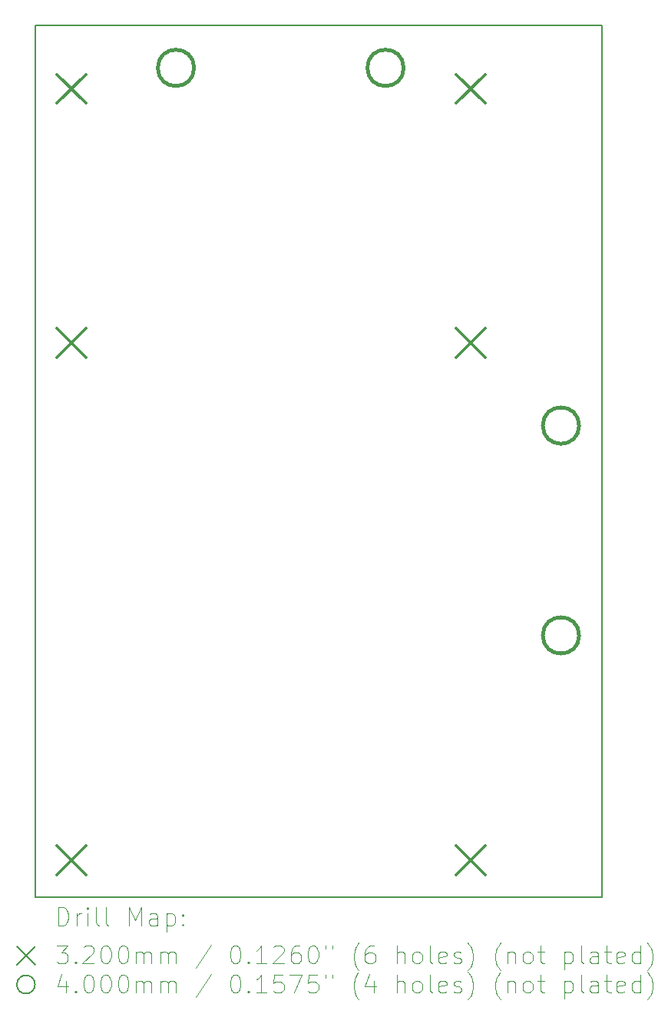
<source format=gbr>
%FSLAX45Y45*%
G04 Gerber Fmt 4.5, Leading zero omitted, Abs format (unit mm)*
G04 Created by KiCad (PCBNEW (5.99.0-1438-g3759799d1)) date 2020-05-11 10:33:17*
%MOMM*%
%LPD*%
G01*
G04 APERTURE LIST*
%TA.AperFunction,Profile*%
%ADD10C,0.200000*%
%TD*%
%ADD11C,-0.000001*%
%ADD12C,0.320000*%
%ADD13C,0.400000*%
%ADD14C,0.200000*%
G04 APERTURE END LIST*
D10*
X9400000Y-3500000D02*
X15650000Y-3500000D01*
X15650000Y-13100000D02*
X9400000Y-13100000D01*
X9400000Y-13100000D02*
X9400000Y-3500000D01*
X15650000Y-3500000D02*
X15650000Y-13100000D01*
D11*
D12*
X9640000Y-12540000D02*
X9960000Y-12860000D01*
X9960000Y-12540000D02*
X9640000Y-12860000D01*
X14040000Y-4040000D02*
X14360000Y-4360000D01*
X14360000Y-4040000D02*
X14040000Y-4360000D01*
X14040000Y-6840000D02*
X14360000Y-7160000D01*
X14360000Y-6840000D02*
X14040000Y-7160000D01*
X9640000Y-6840000D02*
X9960000Y-7160000D01*
X9960000Y-6840000D02*
X9640000Y-7160000D01*
X9640000Y-4040000D02*
X9960000Y-4360000D01*
X9960000Y-4040000D02*
X9640000Y-4360000D01*
X14040000Y-12540000D02*
X14360000Y-12860000D01*
X14360000Y-12540000D02*
X14040000Y-12860000D01*
D13*
X15395000Y-7909500D02*
G75*
G03*
X15395000Y-7909500I-200000J0D01*
G01*
X15395000Y-10220500D02*
G75*
G03*
X15395000Y-10220500I-200000J0D01*
G01*
X11149500Y-3970000D02*
G75*
G03*
X11149500Y-3970000I-200000J0D01*
G01*
X13460500Y-3970000D02*
G75*
G03*
X13460500Y-3970000I-200000J0D01*
G01*
D11*
X9652619Y-13415476D02*
X9652619Y-13215476D01*
X9700238Y-13215476D01*
X9728809Y-13225000D01*
X9747857Y-13244048D01*
X9757381Y-13263095D01*
X9766905Y-13301190D01*
X9766905Y-13329762D01*
X9757381Y-13367857D01*
X9747857Y-13386905D01*
X9728809Y-13405952D01*
X9700238Y-13415476D01*
X9652619Y-13415476D01*
X9852619Y-13415476D02*
X9852619Y-13282143D01*
X9852619Y-13320238D02*
X9862143Y-13301190D01*
X9871667Y-13291667D01*
X9890714Y-13282143D01*
X9909762Y-13282143D01*
X9976428Y-13415476D02*
X9976428Y-13282143D01*
X9976428Y-13215476D02*
X9966905Y-13225000D01*
X9976428Y-13234524D01*
X9985952Y-13225000D01*
X9976428Y-13215476D01*
X9976428Y-13234524D01*
X10100238Y-13415476D02*
X10081190Y-13405952D01*
X10071667Y-13386905D01*
X10071667Y-13215476D01*
X10205000Y-13415476D02*
X10185952Y-13405952D01*
X10176428Y-13386905D01*
X10176428Y-13215476D01*
X10433571Y-13415476D02*
X10433571Y-13215476D01*
X10500238Y-13358333D01*
X10566905Y-13215476D01*
X10566905Y-13415476D01*
X10747857Y-13415476D02*
X10747857Y-13310714D01*
X10738333Y-13291667D01*
X10719286Y-13282143D01*
X10681190Y-13282143D01*
X10662143Y-13291667D01*
X10747857Y-13405952D02*
X10728809Y-13415476D01*
X10681190Y-13415476D01*
X10662143Y-13405952D01*
X10652619Y-13386905D01*
X10652619Y-13367857D01*
X10662143Y-13348810D01*
X10681190Y-13339286D01*
X10728809Y-13339286D01*
X10747857Y-13329762D01*
X10843095Y-13282143D02*
X10843095Y-13482143D01*
X10843095Y-13291667D02*
X10862143Y-13282143D01*
X10900238Y-13282143D01*
X10919286Y-13291667D01*
X10928809Y-13301190D01*
X10938333Y-13320238D01*
X10938333Y-13377381D01*
X10928809Y-13396429D01*
X10919286Y-13405952D01*
X10900238Y-13415476D01*
X10862143Y-13415476D01*
X10843095Y-13405952D01*
X11024048Y-13396429D02*
X11033571Y-13405952D01*
X11024048Y-13415476D01*
X11014524Y-13405952D01*
X11024048Y-13396429D01*
X11024048Y-13415476D01*
X11024048Y-13291667D02*
X11033571Y-13301190D01*
X11024048Y-13310714D01*
X11014524Y-13301190D01*
X11024048Y-13291667D01*
X11024048Y-13310714D01*
D14*
X9195000Y-13645000D02*
X9395000Y-13845000D01*
X9395000Y-13645000D02*
X9195000Y-13845000D01*
D11*
X9633571Y-13635476D02*
X9757381Y-13635476D01*
X9690714Y-13711667D01*
X9719286Y-13711667D01*
X9738333Y-13721190D01*
X9747857Y-13730714D01*
X9757381Y-13749762D01*
X9757381Y-13797381D01*
X9747857Y-13816429D01*
X9738333Y-13825952D01*
X9719286Y-13835476D01*
X9662143Y-13835476D01*
X9643095Y-13825952D01*
X9633571Y-13816429D01*
X9843095Y-13816429D02*
X9852619Y-13825952D01*
X9843095Y-13835476D01*
X9833571Y-13825952D01*
X9843095Y-13816429D01*
X9843095Y-13835476D01*
X9928809Y-13654524D02*
X9938333Y-13645000D01*
X9957381Y-13635476D01*
X10005000Y-13635476D01*
X10024048Y-13645000D01*
X10033571Y-13654524D01*
X10043095Y-13673571D01*
X10043095Y-13692619D01*
X10033571Y-13721190D01*
X9919286Y-13835476D01*
X10043095Y-13835476D01*
X10166905Y-13635476D02*
X10185952Y-13635476D01*
X10205000Y-13645000D01*
X10214524Y-13654524D01*
X10224048Y-13673571D01*
X10233571Y-13711667D01*
X10233571Y-13759286D01*
X10224048Y-13797381D01*
X10214524Y-13816429D01*
X10205000Y-13825952D01*
X10185952Y-13835476D01*
X10166905Y-13835476D01*
X10147857Y-13825952D01*
X10138333Y-13816429D01*
X10128809Y-13797381D01*
X10119286Y-13759286D01*
X10119286Y-13711667D01*
X10128809Y-13673571D01*
X10138333Y-13654524D01*
X10147857Y-13645000D01*
X10166905Y-13635476D01*
X10357381Y-13635476D02*
X10376428Y-13635476D01*
X10395476Y-13645000D01*
X10405000Y-13654524D01*
X10414524Y-13673571D01*
X10424048Y-13711667D01*
X10424048Y-13759286D01*
X10414524Y-13797381D01*
X10405000Y-13816429D01*
X10395476Y-13825952D01*
X10376428Y-13835476D01*
X10357381Y-13835476D01*
X10338333Y-13825952D01*
X10328809Y-13816429D01*
X10319286Y-13797381D01*
X10309762Y-13759286D01*
X10309762Y-13711667D01*
X10319286Y-13673571D01*
X10328809Y-13654524D01*
X10338333Y-13645000D01*
X10357381Y-13635476D01*
X10509762Y-13835476D02*
X10509762Y-13702143D01*
X10509762Y-13721190D02*
X10519286Y-13711667D01*
X10538333Y-13702143D01*
X10566905Y-13702143D01*
X10585952Y-13711667D01*
X10595476Y-13730714D01*
X10595476Y-13835476D01*
X10595476Y-13730714D02*
X10605000Y-13711667D01*
X10624048Y-13702143D01*
X10652619Y-13702143D01*
X10671667Y-13711667D01*
X10681190Y-13730714D01*
X10681190Y-13835476D01*
X10776428Y-13835476D02*
X10776428Y-13702143D01*
X10776428Y-13721190D02*
X10785952Y-13711667D01*
X10805000Y-13702143D01*
X10833571Y-13702143D01*
X10852619Y-13711667D01*
X10862143Y-13730714D01*
X10862143Y-13835476D01*
X10862143Y-13730714D02*
X10871667Y-13711667D01*
X10890714Y-13702143D01*
X10919286Y-13702143D01*
X10938333Y-13711667D01*
X10947857Y-13730714D01*
X10947857Y-13835476D01*
X11338333Y-13625952D02*
X11166905Y-13883095D01*
X11595476Y-13635476D02*
X11614524Y-13635476D01*
X11633571Y-13645000D01*
X11643095Y-13654524D01*
X11652619Y-13673571D01*
X11662143Y-13711667D01*
X11662143Y-13759286D01*
X11652619Y-13797381D01*
X11643095Y-13816429D01*
X11633571Y-13825952D01*
X11614524Y-13835476D01*
X11595476Y-13835476D01*
X11576428Y-13825952D01*
X11566905Y-13816429D01*
X11557381Y-13797381D01*
X11547857Y-13759286D01*
X11547857Y-13711667D01*
X11557381Y-13673571D01*
X11566905Y-13654524D01*
X11576428Y-13645000D01*
X11595476Y-13635476D01*
X11747857Y-13816429D02*
X11757381Y-13825952D01*
X11747857Y-13835476D01*
X11738333Y-13825952D01*
X11747857Y-13816429D01*
X11747857Y-13835476D01*
X11947857Y-13835476D02*
X11833571Y-13835476D01*
X11890714Y-13835476D02*
X11890714Y-13635476D01*
X11871666Y-13664048D01*
X11852619Y-13683095D01*
X11833571Y-13692619D01*
X12024047Y-13654524D02*
X12033571Y-13645000D01*
X12052619Y-13635476D01*
X12100238Y-13635476D01*
X12119286Y-13645000D01*
X12128809Y-13654524D01*
X12138333Y-13673571D01*
X12138333Y-13692619D01*
X12128809Y-13721190D01*
X12014524Y-13835476D01*
X12138333Y-13835476D01*
X12309762Y-13635476D02*
X12271666Y-13635476D01*
X12252619Y-13645000D01*
X12243095Y-13654524D01*
X12224047Y-13683095D01*
X12214524Y-13721190D01*
X12214524Y-13797381D01*
X12224047Y-13816429D01*
X12233571Y-13825952D01*
X12252619Y-13835476D01*
X12290714Y-13835476D01*
X12309762Y-13825952D01*
X12319286Y-13816429D01*
X12328809Y-13797381D01*
X12328809Y-13749762D01*
X12319286Y-13730714D01*
X12309762Y-13721190D01*
X12290714Y-13711667D01*
X12252619Y-13711667D01*
X12233571Y-13721190D01*
X12224047Y-13730714D01*
X12214524Y-13749762D01*
X12452619Y-13635476D02*
X12471666Y-13635476D01*
X12490714Y-13645000D01*
X12500238Y-13654524D01*
X12509762Y-13673571D01*
X12519286Y-13711667D01*
X12519286Y-13759286D01*
X12509762Y-13797381D01*
X12500238Y-13816429D01*
X12490714Y-13825952D01*
X12471666Y-13835476D01*
X12452619Y-13835476D01*
X12433571Y-13825952D01*
X12424047Y-13816429D01*
X12414524Y-13797381D01*
X12405000Y-13759286D01*
X12405000Y-13711667D01*
X12414524Y-13673571D01*
X12424047Y-13654524D01*
X12433571Y-13645000D01*
X12452619Y-13635476D01*
X12595476Y-13635476D02*
X12595476Y-13673571D01*
X12671666Y-13635476D02*
X12671666Y-13673571D01*
X12966905Y-13911667D02*
X12957381Y-13902143D01*
X12938333Y-13873571D01*
X12928809Y-13854524D01*
X12919286Y-13825952D01*
X12909762Y-13778333D01*
X12909762Y-13740238D01*
X12919286Y-13692619D01*
X12928809Y-13664048D01*
X12938333Y-13645000D01*
X12957381Y-13616429D01*
X12966905Y-13606905D01*
X13128809Y-13635476D02*
X13090714Y-13635476D01*
X13071666Y-13645000D01*
X13062143Y-13654524D01*
X13043095Y-13683095D01*
X13033571Y-13721190D01*
X13033571Y-13797381D01*
X13043095Y-13816429D01*
X13052619Y-13825952D01*
X13071666Y-13835476D01*
X13109762Y-13835476D01*
X13128809Y-13825952D01*
X13138333Y-13816429D01*
X13147857Y-13797381D01*
X13147857Y-13749762D01*
X13138333Y-13730714D01*
X13128809Y-13721190D01*
X13109762Y-13711667D01*
X13071666Y-13711667D01*
X13052619Y-13721190D01*
X13043095Y-13730714D01*
X13033571Y-13749762D01*
X13385952Y-13835476D02*
X13385952Y-13635476D01*
X13471666Y-13835476D02*
X13471666Y-13730714D01*
X13462143Y-13711667D01*
X13443095Y-13702143D01*
X13414524Y-13702143D01*
X13395476Y-13711667D01*
X13385952Y-13721190D01*
X13595476Y-13835476D02*
X13576428Y-13825952D01*
X13566905Y-13816429D01*
X13557381Y-13797381D01*
X13557381Y-13740238D01*
X13566905Y-13721190D01*
X13576428Y-13711667D01*
X13595476Y-13702143D01*
X13624047Y-13702143D01*
X13643095Y-13711667D01*
X13652619Y-13721190D01*
X13662143Y-13740238D01*
X13662143Y-13797381D01*
X13652619Y-13816429D01*
X13643095Y-13825952D01*
X13624047Y-13835476D01*
X13595476Y-13835476D01*
X13776428Y-13835476D02*
X13757381Y-13825952D01*
X13747857Y-13806905D01*
X13747857Y-13635476D01*
X13928809Y-13825952D02*
X13909762Y-13835476D01*
X13871666Y-13835476D01*
X13852619Y-13825952D01*
X13843095Y-13806905D01*
X13843095Y-13730714D01*
X13852619Y-13711667D01*
X13871666Y-13702143D01*
X13909762Y-13702143D01*
X13928809Y-13711667D01*
X13938333Y-13730714D01*
X13938333Y-13749762D01*
X13843095Y-13768810D01*
X14014524Y-13825952D02*
X14033571Y-13835476D01*
X14071666Y-13835476D01*
X14090714Y-13825952D01*
X14100238Y-13806905D01*
X14100238Y-13797381D01*
X14090714Y-13778333D01*
X14071666Y-13768810D01*
X14043095Y-13768810D01*
X14024047Y-13759286D01*
X14014524Y-13740238D01*
X14014524Y-13730714D01*
X14024047Y-13711667D01*
X14043095Y-13702143D01*
X14071666Y-13702143D01*
X14090714Y-13711667D01*
X14166905Y-13911667D02*
X14176428Y-13902143D01*
X14195476Y-13873571D01*
X14205000Y-13854524D01*
X14214524Y-13825952D01*
X14224047Y-13778333D01*
X14224047Y-13740238D01*
X14214524Y-13692619D01*
X14205000Y-13664048D01*
X14195476Y-13645000D01*
X14176428Y-13616429D01*
X14166905Y-13606905D01*
X14528809Y-13911667D02*
X14519286Y-13902143D01*
X14500238Y-13873571D01*
X14490714Y-13854524D01*
X14481190Y-13825952D01*
X14471666Y-13778333D01*
X14471666Y-13740238D01*
X14481190Y-13692619D01*
X14490714Y-13664048D01*
X14500238Y-13645000D01*
X14519286Y-13616429D01*
X14528809Y-13606905D01*
X14605000Y-13702143D02*
X14605000Y-13835476D01*
X14605000Y-13721190D02*
X14614524Y-13711667D01*
X14633571Y-13702143D01*
X14662143Y-13702143D01*
X14681190Y-13711667D01*
X14690714Y-13730714D01*
X14690714Y-13835476D01*
X14814524Y-13835476D02*
X14795476Y-13825952D01*
X14785952Y-13816429D01*
X14776428Y-13797381D01*
X14776428Y-13740238D01*
X14785952Y-13721190D01*
X14795476Y-13711667D01*
X14814524Y-13702143D01*
X14843095Y-13702143D01*
X14862143Y-13711667D01*
X14871666Y-13721190D01*
X14881190Y-13740238D01*
X14881190Y-13797381D01*
X14871666Y-13816429D01*
X14862143Y-13825952D01*
X14843095Y-13835476D01*
X14814524Y-13835476D01*
X14938333Y-13702143D02*
X15014524Y-13702143D01*
X14966905Y-13635476D02*
X14966905Y-13806905D01*
X14976428Y-13825952D01*
X14995476Y-13835476D01*
X15014524Y-13835476D01*
X15233571Y-13702143D02*
X15233571Y-13902143D01*
X15233571Y-13711667D02*
X15252619Y-13702143D01*
X15290714Y-13702143D01*
X15309762Y-13711667D01*
X15319286Y-13721190D01*
X15328809Y-13740238D01*
X15328809Y-13797381D01*
X15319286Y-13816429D01*
X15309762Y-13825952D01*
X15290714Y-13835476D01*
X15252619Y-13835476D01*
X15233571Y-13825952D01*
X15443095Y-13835476D02*
X15424047Y-13825952D01*
X15414524Y-13806905D01*
X15414524Y-13635476D01*
X15605000Y-13835476D02*
X15605000Y-13730714D01*
X15595476Y-13711667D01*
X15576428Y-13702143D01*
X15538333Y-13702143D01*
X15519286Y-13711667D01*
X15605000Y-13825952D02*
X15585952Y-13835476D01*
X15538333Y-13835476D01*
X15519286Y-13825952D01*
X15509762Y-13806905D01*
X15509762Y-13787857D01*
X15519286Y-13768810D01*
X15538333Y-13759286D01*
X15585952Y-13759286D01*
X15605000Y-13749762D01*
X15671666Y-13702143D02*
X15747857Y-13702143D01*
X15700238Y-13635476D02*
X15700238Y-13806905D01*
X15709762Y-13825952D01*
X15728809Y-13835476D01*
X15747857Y-13835476D01*
X15890714Y-13825952D02*
X15871666Y-13835476D01*
X15833571Y-13835476D01*
X15814524Y-13825952D01*
X15805000Y-13806905D01*
X15805000Y-13730714D01*
X15814524Y-13711667D01*
X15833571Y-13702143D01*
X15871666Y-13702143D01*
X15890714Y-13711667D01*
X15900238Y-13730714D01*
X15900238Y-13749762D01*
X15805000Y-13768810D01*
X16071666Y-13835476D02*
X16071666Y-13635476D01*
X16071666Y-13825952D02*
X16052619Y-13835476D01*
X16014524Y-13835476D01*
X15995476Y-13825952D01*
X15985952Y-13816429D01*
X15976428Y-13797381D01*
X15976428Y-13740238D01*
X15985952Y-13721190D01*
X15995476Y-13711667D01*
X16014524Y-13702143D01*
X16052619Y-13702143D01*
X16071666Y-13711667D01*
X16147857Y-13911667D02*
X16157381Y-13902143D01*
X16176428Y-13873571D01*
X16185952Y-13854524D01*
X16195476Y-13825952D01*
X16205000Y-13778333D01*
X16205000Y-13740238D01*
X16195476Y-13692619D01*
X16185952Y-13664048D01*
X16176428Y-13645000D01*
X16157381Y-13616429D01*
X16147857Y-13606905D01*
D14*
X9395000Y-14065000D02*
G75*
G03*
X9395000Y-14065000I-100000J0D01*
G01*
D11*
X9738333Y-14022143D02*
X9738333Y-14155476D01*
X9690714Y-13945952D02*
X9643095Y-14088810D01*
X9766905Y-14088810D01*
X9843095Y-14136429D02*
X9852619Y-14145952D01*
X9843095Y-14155476D01*
X9833571Y-14145952D01*
X9843095Y-14136429D01*
X9843095Y-14155476D01*
X9976428Y-13955476D02*
X9995476Y-13955476D01*
X10014524Y-13965000D01*
X10024048Y-13974524D01*
X10033571Y-13993571D01*
X10043095Y-14031667D01*
X10043095Y-14079286D01*
X10033571Y-14117381D01*
X10024048Y-14136429D01*
X10014524Y-14145952D01*
X9995476Y-14155476D01*
X9976428Y-14155476D01*
X9957381Y-14145952D01*
X9947857Y-14136429D01*
X9938333Y-14117381D01*
X9928809Y-14079286D01*
X9928809Y-14031667D01*
X9938333Y-13993571D01*
X9947857Y-13974524D01*
X9957381Y-13965000D01*
X9976428Y-13955476D01*
X10166905Y-13955476D02*
X10185952Y-13955476D01*
X10205000Y-13965000D01*
X10214524Y-13974524D01*
X10224048Y-13993571D01*
X10233571Y-14031667D01*
X10233571Y-14079286D01*
X10224048Y-14117381D01*
X10214524Y-14136429D01*
X10205000Y-14145952D01*
X10185952Y-14155476D01*
X10166905Y-14155476D01*
X10147857Y-14145952D01*
X10138333Y-14136429D01*
X10128809Y-14117381D01*
X10119286Y-14079286D01*
X10119286Y-14031667D01*
X10128809Y-13993571D01*
X10138333Y-13974524D01*
X10147857Y-13965000D01*
X10166905Y-13955476D01*
X10357381Y-13955476D02*
X10376428Y-13955476D01*
X10395476Y-13965000D01*
X10405000Y-13974524D01*
X10414524Y-13993571D01*
X10424048Y-14031667D01*
X10424048Y-14079286D01*
X10414524Y-14117381D01*
X10405000Y-14136429D01*
X10395476Y-14145952D01*
X10376428Y-14155476D01*
X10357381Y-14155476D01*
X10338333Y-14145952D01*
X10328809Y-14136429D01*
X10319286Y-14117381D01*
X10309762Y-14079286D01*
X10309762Y-14031667D01*
X10319286Y-13993571D01*
X10328809Y-13974524D01*
X10338333Y-13965000D01*
X10357381Y-13955476D01*
X10509762Y-14155476D02*
X10509762Y-14022143D01*
X10509762Y-14041190D02*
X10519286Y-14031667D01*
X10538333Y-14022143D01*
X10566905Y-14022143D01*
X10585952Y-14031667D01*
X10595476Y-14050714D01*
X10595476Y-14155476D01*
X10595476Y-14050714D02*
X10605000Y-14031667D01*
X10624048Y-14022143D01*
X10652619Y-14022143D01*
X10671667Y-14031667D01*
X10681190Y-14050714D01*
X10681190Y-14155476D01*
X10776428Y-14155476D02*
X10776428Y-14022143D01*
X10776428Y-14041190D02*
X10785952Y-14031667D01*
X10805000Y-14022143D01*
X10833571Y-14022143D01*
X10852619Y-14031667D01*
X10862143Y-14050714D01*
X10862143Y-14155476D01*
X10862143Y-14050714D02*
X10871667Y-14031667D01*
X10890714Y-14022143D01*
X10919286Y-14022143D01*
X10938333Y-14031667D01*
X10947857Y-14050714D01*
X10947857Y-14155476D01*
X11338333Y-13945952D02*
X11166905Y-14203095D01*
X11595476Y-13955476D02*
X11614524Y-13955476D01*
X11633571Y-13965000D01*
X11643095Y-13974524D01*
X11652619Y-13993571D01*
X11662143Y-14031667D01*
X11662143Y-14079286D01*
X11652619Y-14117381D01*
X11643095Y-14136429D01*
X11633571Y-14145952D01*
X11614524Y-14155476D01*
X11595476Y-14155476D01*
X11576428Y-14145952D01*
X11566905Y-14136429D01*
X11557381Y-14117381D01*
X11547857Y-14079286D01*
X11547857Y-14031667D01*
X11557381Y-13993571D01*
X11566905Y-13974524D01*
X11576428Y-13965000D01*
X11595476Y-13955476D01*
X11747857Y-14136429D02*
X11757381Y-14145952D01*
X11747857Y-14155476D01*
X11738333Y-14145952D01*
X11747857Y-14136429D01*
X11747857Y-14155476D01*
X11947857Y-14155476D02*
X11833571Y-14155476D01*
X11890714Y-14155476D02*
X11890714Y-13955476D01*
X11871666Y-13984048D01*
X11852619Y-14003095D01*
X11833571Y-14012619D01*
X12128809Y-13955476D02*
X12033571Y-13955476D01*
X12024047Y-14050714D01*
X12033571Y-14041190D01*
X12052619Y-14031667D01*
X12100238Y-14031667D01*
X12119286Y-14041190D01*
X12128809Y-14050714D01*
X12138333Y-14069762D01*
X12138333Y-14117381D01*
X12128809Y-14136429D01*
X12119286Y-14145952D01*
X12100238Y-14155476D01*
X12052619Y-14155476D01*
X12033571Y-14145952D01*
X12024047Y-14136429D01*
X12205000Y-13955476D02*
X12338333Y-13955476D01*
X12252619Y-14155476D01*
X12509762Y-13955476D02*
X12414524Y-13955476D01*
X12405000Y-14050714D01*
X12414524Y-14041190D01*
X12433571Y-14031667D01*
X12481190Y-14031667D01*
X12500238Y-14041190D01*
X12509762Y-14050714D01*
X12519286Y-14069762D01*
X12519286Y-14117381D01*
X12509762Y-14136429D01*
X12500238Y-14145952D01*
X12481190Y-14155476D01*
X12433571Y-14155476D01*
X12414524Y-14145952D01*
X12405000Y-14136429D01*
X12595476Y-13955476D02*
X12595476Y-13993571D01*
X12671666Y-13955476D02*
X12671666Y-13993571D01*
X12966905Y-14231667D02*
X12957381Y-14222143D01*
X12938333Y-14193571D01*
X12928809Y-14174524D01*
X12919286Y-14145952D01*
X12909762Y-14098333D01*
X12909762Y-14060238D01*
X12919286Y-14012619D01*
X12928809Y-13984048D01*
X12938333Y-13965000D01*
X12957381Y-13936429D01*
X12966905Y-13926905D01*
X13128809Y-14022143D02*
X13128809Y-14155476D01*
X13081190Y-13945952D02*
X13033571Y-14088810D01*
X13157381Y-14088810D01*
X13385952Y-14155476D02*
X13385952Y-13955476D01*
X13471666Y-14155476D02*
X13471666Y-14050714D01*
X13462143Y-14031667D01*
X13443095Y-14022143D01*
X13414524Y-14022143D01*
X13395476Y-14031667D01*
X13385952Y-14041190D01*
X13595476Y-14155476D02*
X13576428Y-14145952D01*
X13566905Y-14136429D01*
X13557381Y-14117381D01*
X13557381Y-14060238D01*
X13566905Y-14041190D01*
X13576428Y-14031667D01*
X13595476Y-14022143D01*
X13624047Y-14022143D01*
X13643095Y-14031667D01*
X13652619Y-14041190D01*
X13662143Y-14060238D01*
X13662143Y-14117381D01*
X13652619Y-14136429D01*
X13643095Y-14145952D01*
X13624047Y-14155476D01*
X13595476Y-14155476D01*
X13776428Y-14155476D02*
X13757381Y-14145952D01*
X13747857Y-14126905D01*
X13747857Y-13955476D01*
X13928809Y-14145952D02*
X13909762Y-14155476D01*
X13871666Y-14155476D01*
X13852619Y-14145952D01*
X13843095Y-14126905D01*
X13843095Y-14050714D01*
X13852619Y-14031667D01*
X13871666Y-14022143D01*
X13909762Y-14022143D01*
X13928809Y-14031667D01*
X13938333Y-14050714D01*
X13938333Y-14069762D01*
X13843095Y-14088810D01*
X14014524Y-14145952D02*
X14033571Y-14155476D01*
X14071666Y-14155476D01*
X14090714Y-14145952D01*
X14100238Y-14126905D01*
X14100238Y-14117381D01*
X14090714Y-14098333D01*
X14071666Y-14088810D01*
X14043095Y-14088810D01*
X14024047Y-14079286D01*
X14014524Y-14060238D01*
X14014524Y-14050714D01*
X14024047Y-14031667D01*
X14043095Y-14022143D01*
X14071666Y-14022143D01*
X14090714Y-14031667D01*
X14166905Y-14231667D02*
X14176428Y-14222143D01*
X14195476Y-14193571D01*
X14205000Y-14174524D01*
X14214524Y-14145952D01*
X14224047Y-14098333D01*
X14224047Y-14060238D01*
X14214524Y-14012619D01*
X14205000Y-13984048D01*
X14195476Y-13965000D01*
X14176428Y-13936429D01*
X14166905Y-13926905D01*
X14528809Y-14231667D02*
X14519286Y-14222143D01*
X14500238Y-14193571D01*
X14490714Y-14174524D01*
X14481190Y-14145952D01*
X14471666Y-14098333D01*
X14471666Y-14060238D01*
X14481190Y-14012619D01*
X14490714Y-13984048D01*
X14500238Y-13965000D01*
X14519286Y-13936429D01*
X14528809Y-13926905D01*
X14605000Y-14022143D02*
X14605000Y-14155476D01*
X14605000Y-14041190D02*
X14614524Y-14031667D01*
X14633571Y-14022143D01*
X14662143Y-14022143D01*
X14681190Y-14031667D01*
X14690714Y-14050714D01*
X14690714Y-14155476D01*
X14814524Y-14155476D02*
X14795476Y-14145952D01*
X14785952Y-14136429D01*
X14776428Y-14117381D01*
X14776428Y-14060238D01*
X14785952Y-14041190D01*
X14795476Y-14031667D01*
X14814524Y-14022143D01*
X14843095Y-14022143D01*
X14862143Y-14031667D01*
X14871666Y-14041190D01*
X14881190Y-14060238D01*
X14881190Y-14117381D01*
X14871666Y-14136429D01*
X14862143Y-14145952D01*
X14843095Y-14155476D01*
X14814524Y-14155476D01*
X14938333Y-14022143D02*
X15014524Y-14022143D01*
X14966905Y-13955476D02*
X14966905Y-14126905D01*
X14976428Y-14145952D01*
X14995476Y-14155476D01*
X15014524Y-14155476D01*
X15233571Y-14022143D02*
X15233571Y-14222143D01*
X15233571Y-14031667D02*
X15252619Y-14022143D01*
X15290714Y-14022143D01*
X15309762Y-14031667D01*
X15319286Y-14041190D01*
X15328809Y-14060238D01*
X15328809Y-14117381D01*
X15319286Y-14136429D01*
X15309762Y-14145952D01*
X15290714Y-14155476D01*
X15252619Y-14155476D01*
X15233571Y-14145952D01*
X15443095Y-14155476D02*
X15424047Y-14145952D01*
X15414524Y-14126905D01*
X15414524Y-13955476D01*
X15605000Y-14155476D02*
X15605000Y-14050714D01*
X15595476Y-14031667D01*
X15576428Y-14022143D01*
X15538333Y-14022143D01*
X15519286Y-14031667D01*
X15605000Y-14145952D02*
X15585952Y-14155476D01*
X15538333Y-14155476D01*
X15519286Y-14145952D01*
X15509762Y-14126905D01*
X15509762Y-14107857D01*
X15519286Y-14088810D01*
X15538333Y-14079286D01*
X15585952Y-14079286D01*
X15605000Y-14069762D01*
X15671666Y-14022143D02*
X15747857Y-14022143D01*
X15700238Y-13955476D02*
X15700238Y-14126905D01*
X15709762Y-14145952D01*
X15728809Y-14155476D01*
X15747857Y-14155476D01*
X15890714Y-14145952D02*
X15871666Y-14155476D01*
X15833571Y-14155476D01*
X15814524Y-14145952D01*
X15805000Y-14126905D01*
X15805000Y-14050714D01*
X15814524Y-14031667D01*
X15833571Y-14022143D01*
X15871666Y-14022143D01*
X15890714Y-14031667D01*
X15900238Y-14050714D01*
X15900238Y-14069762D01*
X15805000Y-14088810D01*
X16071666Y-14155476D02*
X16071666Y-13955476D01*
X16071666Y-14145952D02*
X16052619Y-14155476D01*
X16014524Y-14155476D01*
X15995476Y-14145952D01*
X15985952Y-14136429D01*
X15976428Y-14117381D01*
X15976428Y-14060238D01*
X15985952Y-14041190D01*
X15995476Y-14031667D01*
X16014524Y-14022143D01*
X16052619Y-14022143D01*
X16071666Y-14031667D01*
X16147857Y-14231667D02*
X16157381Y-14222143D01*
X16176428Y-14193571D01*
X16185952Y-14174524D01*
X16195476Y-14145952D01*
X16205000Y-14098333D01*
X16205000Y-14060238D01*
X16195476Y-14012619D01*
X16185952Y-13984048D01*
X16176428Y-13965000D01*
X16157381Y-13936429D01*
X16147857Y-13926905D01*
M02*

</source>
